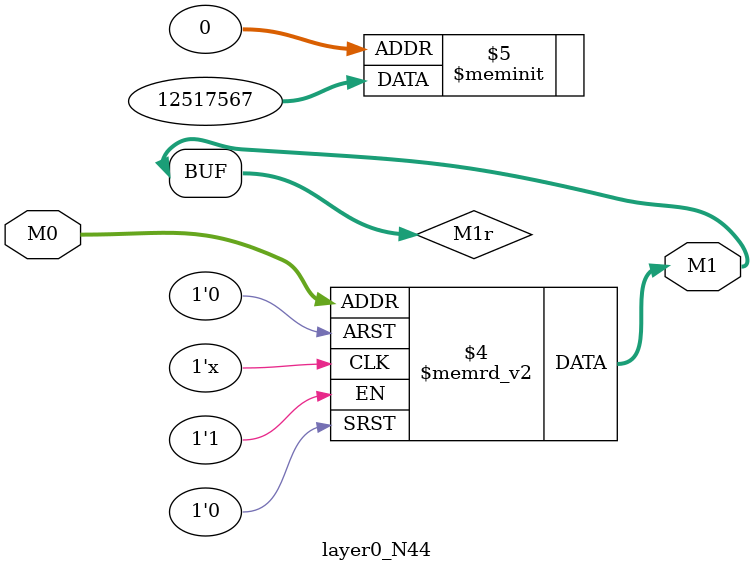
<source format=v>
module layer0_N44 ( input [3:0] M0, output [1:0] M1 );

	(*rom_style = "distributed" *) reg [1:0] M1r;
	assign M1 = M1r;
	always @ (M0) begin
		case (M0)
			4'b0000: M1r = 2'b11;
			4'b1000: M1r = 2'b11;
			4'b0100: M1r = 2'b00;
			4'b1100: M1r = 2'b00;
			4'b0010: M1r = 2'b11;
			4'b1010: M1r = 2'b11;
			4'b0110: M1r = 2'b00;
			4'b1110: M1r = 2'b00;
			4'b0001: M1r = 2'b11;
			4'b1001: M1r = 2'b11;
			4'b0101: M1r = 2'b00;
			4'b1101: M1r = 2'b00;
			4'b0011: M1r = 2'b10;
			4'b1011: M1r = 2'b10;
			4'b0111: M1r = 2'b00;
			4'b1111: M1r = 2'b00;

		endcase
	end
endmodule

</source>
